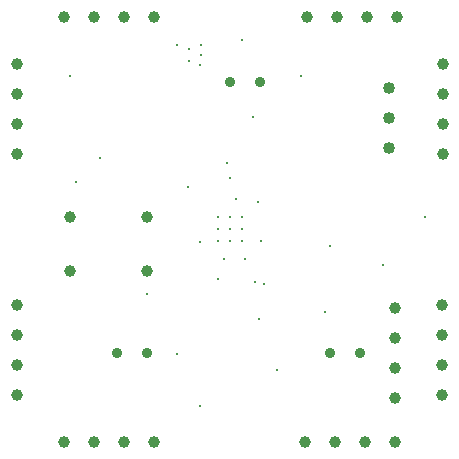
<source format=gbr>
%TF.GenerationSoftware,KiCad,Pcbnew,9.0.6*%
%TF.CreationDate,2025-12-07T19:18:43-08:00*%
%TF.ProjectId,redstone_comparator,72656473-746f-46e6-955f-636f6d706172,rev?*%
%TF.SameCoordinates,Original*%
%TF.FileFunction,Plated,1,2,PTH,Drill*%
%TF.FilePolarity,Positive*%
%FSLAX46Y46*%
G04 Gerber Fmt 4.6, Leading zero omitted, Abs format (unit mm)*
G04 Created by KiCad (PCBNEW 9.0.6) date 2025-12-07 19:18:43*
%MOMM*%
%LPD*%
G01*
G04 APERTURE LIST*
%TA.AperFunction,ViaDrill*%
%ADD10C,0.300000*%
%TD*%
%TA.AperFunction,ComponentDrill*%
%ADD11C,0.300000*%
%TD*%
%TA.AperFunction,ComponentDrill*%
%ADD12C,0.900000*%
%TD*%
%TA.AperFunction,ComponentDrill*%
%ADD13C,1.000000*%
%TD*%
%TA.AperFunction,ComponentDrill*%
%ADD14C,1.016000*%
%TD*%
G04 APERTURE END LIST*
D10*
X121500000Y-42000000D03*
X122000000Y-51000000D03*
X124000000Y-49000000D03*
X128000000Y-60500000D03*
X130500000Y-65550000D03*
X130503362Y-39375000D03*
X131500000Y-51400000D03*
X132461137Y-41125000D03*
X132500000Y-56100000D03*
X132500000Y-70000000D03*
X132538845Y-39375000D03*
X132580000Y-40280000D03*
X134000000Y-54000000D03*
X134000000Y-55000000D03*
X134000000Y-56000000D03*
X134000105Y-59250280D03*
X134533207Y-57506166D03*
X134770000Y-49421471D03*
X134999999Y-50645229D03*
X135000000Y-54000000D03*
X135000000Y-55000000D03*
X135000000Y-56000000D03*
X135500000Y-52429998D03*
X136000000Y-54000000D03*
X136000000Y-55000000D03*
X136000000Y-56000000D03*
X136050000Y-39000000D03*
X136300000Y-57500000D03*
X137000000Y-45500000D03*
X137099998Y-59500000D03*
X137400000Y-52700000D03*
X137500000Y-62600000D03*
X137624698Y-56000134D03*
X137906985Y-59593015D03*
X139000000Y-66951000D03*
X141000000Y-42000000D03*
X143050000Y-62000000D03*
X143500000Y-56450000D03*
X148000000Y-58000000D03*
X151500000Y-54000000D03*
D11*
%TO.C,U3*%
X131550000Y-39750000D03*
X131550000Y-40750000D03*
D12*
%TO.C,D3*%
X125460000Y-65500000D03*
X128000000Y-65500000D03*
%TO.C,D1*%
X135000000Y-42500000D03*
X137540000Y-42500000D03*
%TO.C,D2*%
X143460000Y-65500000D03*
X146000000Y-65500000D03*
D13*
%TO.C,J8*%
X116975000Y-61380000D03*
X116975000Y-63920000D03*
X116975000Y-66460000D03*
X116975000Y-69000000D03*
%TO.C,J7*%
X117000000Y-41000000D03*
X117000000Y-43540000D03*
X117000000Y-46080000D03*
X117000000Y-48620000D03*
%TO.C,J1*%
X121000000Y-37000000D03*
%TO.C,J5*%
X121000000Y-73000000D03*
%TO.C,SW1*%
X121500000Y-54000000D03*
X121500000Y-58500000D03*
%TO.C,J1*%
X123540000Y-37000000D03*
%TO.C,J5*%
X123540000Y-73000000D03*
%TO.C,J1*%
X126080000Y-37000000D03*
%TO.C,J5*%
X126080000Y-73000000D03*
%TO.C,SW1*%
X128000000Y-54000000D03*
X128000000Y-58500000D03*
%TO.C,J1*%
X128620000Y-37000000D03*
%TO.C,J5*%
X128620000Y-73000000D03*
%TO.C,J6*%
X141380000Y-73025000D03*
%TO.C,J2*%
X141500000Y-37000000D03*
%TO.C,J6*%
X143920000Y-73025000D03*
%TO.C,J2*%
X144040000Y-37000000D03*
%TO.C,J6*%
X146460000Y-73025000D03*
%TO.C,J2*%
X146580000Y-37000000D03*
%TO.C,J6*%
X149000000Y-73025000D03*
%TO.C,J9*%
X149025000Y-61700000D03*
X149025000Y-64240000D03*
X149025000Y-66780000D03*
X149025000Y-69320000D03*
%TO.C,J2*%
X149120000Y-37000000D03*
%TO.C,J4*%
X153000000Y-61380000D03*
X153000000Y-63920000D03*
X153000000Y-66460000D03*
X153000000Y-69000000D03*
%TO.C,J3*%
X153025000Y-41000000D03*
X153025000Y-43540000D03*
X153025000Y-46080000D03*
X153025000Y-48620000D03*
D14*
%TO.C,U2*%
X148500000Y-43000000D03*
X148500000Y-45540000D03*
X148500000Y-48080000D03*
M02*

</source>
